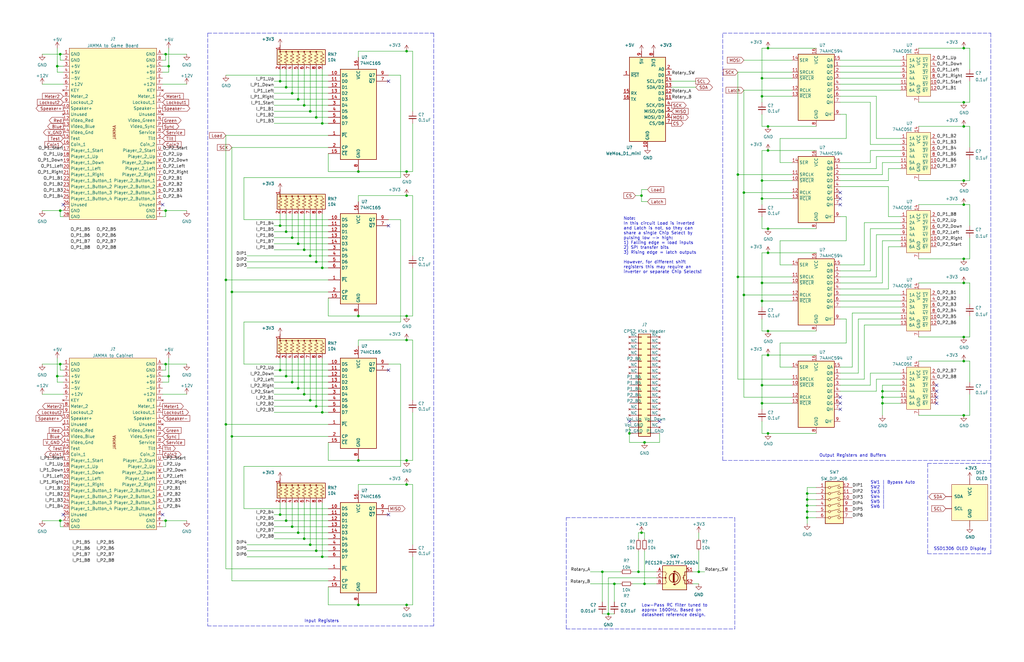
<source format=kicad_sch>
(kicad_sch (version 20211123) (generator eeschema)
  (paper "USLedger")
  (junction (at 259.08 246.38))
  (junction (at 271.78 246.38))
  (junction (at 123.19 100.33))
  (junction (at 406.4 109.22))
  (junction (at 406.4 53.34))
  (junction (at 120.65 158.75))
  (junction (at 321.31 40.64))
  (junction (at 406.4 20.32))
  (junction (at 135.89 113.03))
  (junction (at 130.81 107.95))
  (junction (at 128.27 105.41))
  (junction (at 120.65 219.71))
  (junction (at 321.31 127))
  (junction (at 123.19 39.37))
  (junction (at 69.85 88.9))
  (junction (at 69.85 153.67))
  (junction (at 406.4 86.36))
  (junction (at 406.4 152.4))
  (junction (at 25.4 153.67))
  (junction (at 313.69 124.46))
  (junction (at 128.27 166.37))
  (junction (at 171.45 82.55))
  (junction (at 125.73 41.91))
  (junction (at 222.25 345.44))
  (junction (at 321.31 83.82))
  (junction (at 171.45 255.27))
  (junction (at 340.36 208.28))
  (junction (at 323.85 106.68))
  (junction (at 120.65 36.83))
  (junction (at 125.73 163.83))
  (junction (at 270.51 82.55))
  (junction (at 256.54 259.08))
  (junction (at 133.35 232.41))
  (junction (at 321.31 170.18))
  (junction (at 25.4 22.86))
  (junction (at 372.11 167.64))
  (junction (at 133.35 171.45))
  (junction (at 406.4 142.24))
  (junction (at 24.13 158.75))
  (junction (at 265.43 182.88))
  (junction (at 128.27 227.33))
  (junction (at 133.35 110.49))
  (junction (at 323.85 96.52))
  (junction (at 151.13 255.27))
  (junction (at 95.25 118.11))
  (junction (at 323.85 182.88))
  (junction (at 340.36 215.9))
  (junction (at 130.81 168.91))
  (junction (at 118.11 217.17))
  (junction (at 151.13 194.31))
  (junction (at 340.36 218.44))
  (junction (at 25.4 219.71))
  (junction (at 323.85 139.7))
  (junction (at 97.79 123.19))
  (junction (at 406.4 76.2))
  (junction (at 171.45 143.51))
  (junction (at 321.31 162.56))
  (junction (at 271.78 186.69))
  (junction (at 406.4 175.26))
  (junction (at 130.81 46.99))
  (junction (at 406.4 119.38))
  (junction (at 135.89 173.99))
  (junction (at 123.19 222.25))
  (junction (at 171.45 194.31))
  (junction (at 133.35 49.53))
  (junction (at 294.64 241.3))
  (junction (at 323.85 20.32))
  (junction (at 372.11 170.18))
  (junction (at 222.25 309.88))
  (junction (at 323.85 63.5))
  (junction (at 269.24 241.3))
  (junction (at 118.11 156.21))
  (junction (at 25.4 88.9))
  (junction (at 128.27 44.45))
  (junction (at 125.73 102.87))
  (junction (at 130.81 229.87))
  (junction (at 69.85 219.71))
  (junction (at 24.13 27.94))
  (junction (at 97.79 184.15))
  (junction (at 118.11 95.25))
  (junction (at 171.45 21.59))
  (junction (at 151.13 72.39))
  (junction (at 135.89 52.07))
  (junction (at 321.31 33.02))
  (junction (at 340.36 210.82))
  (junction (at 95.25 179.07))
  (junction (at 71.12 158.75))
  (junction (at 321.31 76.2))
  (junction (at 123.19 161.29))
  (junction (at 372.11 165.1))
  (junction (at 171.45 133.35))
  (junction (at 321.31 119.38))
  (junction (at 118.11 34.29))
  (junction (at 120.65 97.79))
  (junction (at 406.4 43.18))
  (junction (at 171.45 204.47))
  (junction (at 125.73 224.79))
  (junction (at 311.15 73.66))
  (junction (at 340.36 213.36))
  (junction (at 71.12 27.94))
  (junction (at 69.85 22.86))
  (junction (at 254 241.3))
  (junction (at 311.15 116.84))
  (junction (at 171.45 72.39))
  (junction (at 135.89 234.95))
  (junction (at 323.85 149.86))
  (junction (at 151.13 133.35))
  (junction (at 313.69 81.28))
  (junction (at 270.51 224.79))
  (junction (at 323.85 53.34))
  (no_connect (at 163.83 217.17))
  (no_connect (at 26.67 217.17))
  (no_connect (at 394.97 162.56))
  (no_connect (at 394.97 170.18))
  (no_connect (at 394.97 167.64))
  (no_connect (at 394.97 165.1))
  (no_connect (at 196.85 294.64))
  (no_connect (at 209.55 294.64))
  (no_connect (at 196.85 330.2))
  (no_connect (at 209.55 330.2))
  (no_connect (at 26.67 86.36))
  (no_connect (at 68.58 86.36))
  (no_connect (at 265.43 177.8))
  (no_connect (at 278.13 177.8))
  (no_connect (at 354.33 170.18))
  (no_connect (at 354.33 172.72))
  (no_connect (at 354.33 167.64))
  (no_connect (at 354.33 81.28))
  (no_connect (at 354.33 83.82))
  (no_connect (at 354.33 86.36))
  (no_connect (at 68.58 217.17))
  (no_connect (at 163.83 34.29))
  (no_connect (at 163.83 95.25))
  (no_connect (at 163.83 156.21))
  (wire (pts (xy 408.94 109.22) (xy 408.94 100.33)))
  (wire (pts (xy 24.13 158.75) (xy 24.13 161.29)))
  (wire (pts (xy 115.57 36.83) (xy 120.65 36.83)))
  (wire (pts (xy 123.19 161.29) (xy 123.19 151.13)))
  (wire (pts (xy 354.33 114.3) (xy 367.03 114.3)))
  (wire (pts (xy 334.01 83.82) (xy 321.31 83.82)))
  (wire (pts (xy 379.73 96.52) (xy 367.03 96.52)))
  (wire (pts (xy 133.35 110.49) (xy 133.35 90.17)))
  (wire (pts (xy 68.58 161.29) (xy 71.12 161.29)))
  (wire (pts (xy 115.57 171.45) (xy 133.35 171.45)))
  (wire (pts (xy 173.99 173.99) (xy 173.99 194.31)))
  (wire (pts (xy 68.58 25.4) (xy 69.85 25.4)))
  (polyline (pts (xy 180.34 281.94) (xy 226.06 281.94)))
  (wire (pts (xy 24.13 27.94) (xy 24.13 30.48)))
  (wire (pts (xy 193.04 304.8) (xy 196.85 304.8)))
  (wire (pts (xy 361.95 134.62) (xy 379.73 134.62)))
  (wire (pts (xy 328.93 101.6) (xy 328.93 111.76)))
  (wire (pts (xy 313.69 124.46) (xy 313.69 81.28)))
  (wire (pts (xy 311.15 160.02) (xy 311.15 116.84)))
  (wire (pts (xy 269.24 232.41) (xy 269.24 241.3)))
  (wire (pts (xy 369.57 40.64) (xy 369.57 58.42)))
  (wire (pts (xy 321.31 134.62) (xy 321.31 139.7)))
  (polyline (pts (xy 87.63 13.97) (xy 182.88 13.97)))
  (wire (pts (xy 104.14 234.95) (xy 135.89 234.95)))
  (wire (pts (xy 138.43 179.07) (xy 95.25 179.07)))
  (wire (pts (xy 102.87 214.63) (xy 138.43 214.63)))
  (wire (pts (xy 68.58 91.44) (xy 69.85 91.44)))
  (wire (pts (xy 128.27 44.45) (xy 128.27 29.21)))
  (polyline (pts (xy 238.76 218.44) (xy 309.88 218.44)))
  (wire (pts (xy 123.19 39.37) (xy 138.43 39.37)))
  (wire (pts (xy 17.78 35.56) (xy 26.67 35.56)))
  (wire (pts (xy 17.78 153.67) (xy 25.4 153.67)))
  (wire (pts (xy 69.85 25.4) (xy 69.85 22.86)))
  (wire (pts (xy 196.85 309.88) (xy 184.15 309.88)))
  (wire (pts (xy 69.85 88.9) (xy 78.74 88.9)))
  (wire (pts (xy 68.58 222.25) (xy 69.85 222.25)))
  (wire (pts (xy 173.99 255.27) (xy 171.45 255.27)))
  (wire (pts (xy 344.17 106.68) (xy 323.85 106.68)))
  (wire (pts (xy 193.04 332.74) (xy 196.85 332.74)))
  (wire (pts (xy 344.17 20.32) (xy 323.85 20.32)))
  (wire (pts (xy 328.93 144.78) (xy 328.93 154.94)))
  (wire (pts (xy 323.85 96.52) (xy 321.31 96.52)))
  (wire (pts (xy 173.99 194.31) (xy 171.45 194.31)))
  (wire (pts (xy 369.57 160.02) (xy 379.73 160.02)))
  (wire (pts (xy 367.03 60.96) (xy 367.03 43.18)))
  (wire (pts (xy 125.73 163.83) (xy 138.43 163.83)))
  (wire (pts (xy 276.86 243.84) (xy 256.54 243.84)))
  (wire (pts (xy 68.58 219.71) (xy 69.85 219.71)))
  (wire (pts (xy 168.91 31.75) (xy 168.91 74.93)))
  (wire (pts (xy 151.13 194.31) (xy 138.43 194.31)))
  (wire (pts (xy 321.31 83.82) (xy 321.31 76.2)))
  (wire (pts (xy 387.35 20.32) (xy 406.4 20.32)))
  (wire (pts (xy 259.08 246.38) (xy 261.62 246.38)))
  (wire (pts (xy 313.69 38.1) (xy 334.01 38.1)))
  (wire (pts (xy 25.4 88.9) (xy 26.67 88.9)))
  (wire (pts (xy 163.83 153.67) (xy 168.91 153.67)))
  (wire (pts (xy 71.12 161.29) (xy 71.12 158.75)))
  (wire (pts (xy 151.13 143.51) (xy 171.45 143.51)))
  (polyline (pts (xy 391.16 233.68) (xy 391.16 195.58)))
  (wire (pts (xy 173.99 21.59) (xy 173.99 46.99)))
  (wire (pts (xy 344.17 63.5) (xy 323.85 63.5)))
  (wire (pts (xy 387.35 119.38) (xy 406.4 119.38)))
  (wire (pts (xy 123.19 100.33) (xy 138.43 100.33)))
  (wire (pts (xy 270.51 80.01) (xy 273.05 80.01)))
  (wire (pts (xy 379.73 170.18) (xy 372.11 170.18)))
  (wire (pts (xy 356.87 58.42) (xy 328.93 58.42)))
  (wire (pts (xy 151.13 72.39) (xy 138.43 72.39)))
  (wire (pts (xy 311.15 73.66) (xy 334.01 73.66)))
  (wire (pts (xy 69.85 22.86) (xy 78.74 22.86)))
  (wire (pts (xy 193.04 292.1) (xy 196.85 292.1)))
  (wire (pts (xy 209.55 342.9) (xy 213.36 342.9)))
  (wire (pts (xy 25.4 219.71) (xy 26.67 219.71)))
  (wire (pts (xy 115.57 158.75) (xy 120.65 158.75)))
  (wire (pts (xy 266.7 241.3) (xy 269.24 241.3)))
  (wire (pts (xy 372.11 68.58) (xy 379.73 68.58)))
  (wire (pts (xy 356.87 134.62) (xy 356.87 144.78)))
  (wire (pts (xy 406.4 76.2) (xy 408.94 76.2)))
  (wire (pts (xy 369.57 58.42) (xy 379.73 58.42)))
  (wire (pts (xy 68.58 158.75) (xy 71.12 158.75)))
  (wire (pts (xy 354.33 71.12) (xy 369.57 71.12)))
  (wire (pts (xy 248.92 241.3) (xy 254 241.3)))
  (wire (pts (xy 408.94 86.36) (xy 408.94 95.25)))
  (wire (pts (xy 68.58 22.86) (xy 69.85 22.86)))
  (wire (pts (xy 151.13 21.59) (xy 171.45 21.59)))
  (wire (pts (xy 313.69 25.4) (xy 334.01 25.4)))
  (wire (pts (xy 120.65 158.75) (xy 138.43 158.75)))
  (wire (pts (xy 118.11 95.25) (xy 138.43 95.25)))
  (wire (pts (xy 24.13 151.13) (xy 24.13 158.75)))
  (wire (pts (xy 102.87 196.85) (xy 102.87 214.63)))
  (wire (pts (xy 372.11 101.6) (xy 372.11 119.38)))
  (wire (pts (xy 193.04 335.28) (xy 196.85 335.28)))
  (wire (pts (xy 120.65 219.71) (xy 138.43 219.71)))
  (wire (pts (xy 364.49 137.16) (xy 379.73 137.16)))
  (wire (pts (xy 344.17 149.86) (xy 323.85 149.86)))
  (wire (pts (xy 138.43 62.23) (xy 97.79 62.23)))
  (wire (pts (xy 209.55 307.34) (xy 213.36 307.34)))
  (wire (pts (xy 209.55 345.44) (xy 222.25 345.44)))
  (wire (pts (xy 133.35 49.53) (xy 133.35 29.21)))
  (wire (pts (xy 354.33 160.02) (xy 364.49 160.02)))
  (wire (pts (xy 168.91 74.93) (xy 102.87 74.93)))
  (wire (pts (xy 354.33 162.56) (xy 367.03 162.56)))
  (wire (pts (xy 283.21 36.83) (xy 293.37 36.83)))
  (wire (pts (xy 367.03 43.18) (xy 354.33 43.18)))
  (wire (pts (xy 193.04 342.9) (xy 196.85 342.9)))
  (wire (pts (xy 138.43 133.35) (xy 138.43 125.73)))
  (wire (pts (xy 104.14 232.41) (xy 133.35 232.41)))
  (wire (pts (xy 125.73 41.91) (xy 138.43 41.91)))
  (wire (pts (xy 344.17 139.7) (xy 323.85 139.7)))
  (wire (pts (xy 193.04 325.12) (xy 196.85 325.12)))
  (wire (pts (xy 115.57 166.37) (xy 128.27 166.37)))
  (wire (pts (xy 340.36 210.82) (xy 340.36 213.36)))
  (wire (pts (xy 133.35 232.41) (xy 133.35 212.09)))
  (wire (pts (xy 115.57 168.91) (xy 130.81 168.91)))
  (wire (pts (xy 138.43 194.31) (xy 138.43 186.69)))
  (wire (pts (xy 209.55 327.66) (xy 213.36 327.66)))
  (wire (pts (xy 115.57 52.07) (xy 135.89 52.07)))
  (wire (pts (xy 193.04 307.34) (xy 196.85 307.34)))
  (wire (pts (xy 68.58 88.9) (xy 69.85 88.9)))
  (wire (pts (xy 406.4 109.22) (xy 408.94 109.22)))
  (wire (pts (xy 344.17 96.52) (xy 323.85 96.52)))
  (wire (pts (xy 354.33 116.84) (xy 369.57 116.84)))
  (wire (pts (xy 356.87 101.6) (xy 328.93 101.6)))
  (wire (pts (xy 125.73 41.91) (xy 125.73 29.21)))
  (wire (pts (xy 334.01 116.84) (xy 311.15 116.84)))
  (wire (pts (xy 387.35 86.36) (xy 406.4 86.36)))
  (wire (pts (xy 209.55 337.82) (xy 222.25 337.82)))
  (wire (pts (xy 372.11 162.56) (xy 372.11 165.1)))
  (wire (pts (xy 171.45 72.39) (xy 151.13 72.39)))
  (wire (pts (xy 25.4 25.4) (xy 25.4 22.86)))
  (polyline (pts (xy 391.16 195.58) (xy 417.83 195.58)))
  (wire (pts (xy 115.57 227.33) (xy 128.27 227.33)))
  (wire (pts (xy 133.35 49.53) (xy 138.43 49.53)))
  (wire (pts (xy 271.78 232.41) (xy 271.78 246.38)))
  (wire (pts (xy 334.01 160.02) (xy 311.15 160.02)))
  (wire (pts (xy 68.58 166.37) (xy 78.74 166.37)))
  (wire (pts (xy 168.91 92.71) (xy 168.91 135.89)))
  (wire (pts (xy 313.69 167.64) (xy 313.69 124.46)))
  (wire (pts (xy 372.11 165.1) (xy 372.11 167.64)))
  (wire (pts (xy 115.57 100.33) (xy 123.19 100.33)))
  (wire (pts (xy 120.65 36.83) (xy 138.43 36.83)))
  (wire (pts (xy 135.89 212.09) (xy 135.89 234.95)))
  (wire (pts (xy 115.57 156.21) (xy 118.11 156.21)))
  (wire (pts (xy 334.01 170.18) (xy 321.31 170.18)))
  (wire (pts (xy 95.25 179.07) (xy 95.25 240.03)))
  (wire (pts (xy 128.27 227.33) (xy 128.27 212.09)))
  (wire (pts (xy 68.58 156.21) (xy 69.85 156.21)))
  (wire (pts (xy 120.65 158.75) (xy 120.65 151.13)))
  (wire (pts (xy 128.27 105.41) (xy 138.43 105.41)))
  (polyline (pts (xy 304.8 13.97) (xy 417.83 13.97)))
  (wire (pts (xy 171.45 21.59) (xy 173.99 21.59)))
  (wire (pts (xy 379.73 162.56) (xy 372.11 162.56)))
  (wire (pts (xy 334.01 167.64) (xy 313.69 167.64)))
  (wire (pts (xy 135.89 173.99) (xy 138.43 173.99)))
  (wire (pts (xy 354.33 129.54) (xy 379.73 129.54)))
  (wire (pts (xy 128.27 166.37) (xy 138.43 166.37)))
  (wire (pts (xy 372.11 68.58) (xy 372.11 73.66)))
  (wire (pts (xy 266.7 246.38) (xy 271.78 246.38)))
  (wire (pts (xy 340.36 213.36) (xy 340.36 215.9)))
  (wire (pts (xy 193.04 297.18) (xy 196.85 297.18)))
  (wire (pts (xy 379.73 60.96) (xy 367.03 60.96)))
  (wire (pts (xy 259.08 246.38) (xy 259.08 254)))
  (wire (pts (xy 26.67 156.21) (xy 25.4 156.21)))
  (polyline (pts (xy 304.8 194.31) (xy 304.8 13.97)))
  (wire (pts (xy 340.36 205.74) (xy 340.36 208.28)))
  (wire (pts (xy 209.55 299.72) (xy 213.36 299.72)))
  (wire (pts (xy 364.49 111.76) (xy 364.49 93.98)))
  (wire (pts (xy 321.31 119.38) (xy 321.31 106.68)))
  (wire (pts (xy 171.45 204.47) (xy 173.99 204.47)))
  (wire (pts (xy 115.57 163.83) (xy 125.73 163.83)))
  (wire (pts (xy 406.4 142.24) (xy 408.94 142.24)))
  (wire (pts (xy 71.12 30.48) (xy 71.12 27.94)))
  (wire (pts (xy 354.33 127) (xy 379.73 127)))
  (wire (pts (xy 294.64 241.3) (xy 297.18 241.3)))
  (wire (pts (xy 171.45 143.51) (xy 173.99 143.51)))
  (wire (pts (xy 138.43 57.15) (xy 95.25 57.15)))
  (wire (pts (xy 254 241.3) (xy 254 254)))
  (wire (pts (xy 151.13 204.47) (xy 151.13 207.01)))
  (wire (pts (xy 408.94 175.26) (xy 408.94 166.37)))
  (wire (pts (xy 115.57 161.29) (xy 123.19 161.29)))
  (wire (pts (xy 270.51 85.09) (xy 273.05 85.09)))
  (wire (pts (xy 120.65 36.83) (xy 120.65 29.21)))
  (wire (pts (xy 173.99 82.55) (xy 173.99 107.95)))
  (wire (pts (xy 125.73 163.83) (xy 125.73 151.13)))
  (polyline (pts (xy 304.8 194.31) (xy 417.83 194.31)))
  (wire (pts (xy 102.87 153.67) (xy 138.43 153.67)))
  (wire (pts (xy 408.94 142.24) (xy 408.94 133.35)))
  (wire (pts (xy 104.14 113.03) (xy 135.89 113.03)))
  (polyline (pts (xy 417.83 195.58) (xy 417.83 233.68)))
  (wire (pts (xy 130.81 168.91) (xy 138.43 168.91)))
  (wire (pts (xy 115.57 217.17) (xy 118.11 217.17)))
  (wire (pts (xy 69.85 222.25) (xy 69.85 219.71)))
  (wire (pts (xy 97.79 184.15) (xy 138.43 184.15)))
  (wire (pts (xy 69.85 153.67) (xy 78.74 153.67)))
  (wire (pts (xy 171.45 194.31) (xy 151.13 194.31)))
  (wire (pts (xy 270.51 85.09) (xy 270.51 82.55)))
  (wire (pts (xy 321.31 172.72) (xy 321.31 170.18)))
  (wire (pts (xy 374.65 104.14) (xy 374.65 121.92)))
  (wire (pts (xy 123.19 222.25) (xy 123.19 212.09)))
  (wire (pts (xy 193.04 340.36) (xy 196.85 340.36)))
  (wire (pts (xy 369.57 99.06) (xy 379.73 99.06)))
  (wire (pts (xy 135.89 151.13) (xy 135.89 173.99)))
  (wire (pts (xy 97.79 245.11) (xy 138.43 245.11)))
  (wire (pts (xy 135.89 234.95) (xy 138.43 234.95)))
  (wire (pts (xy 354.33 78.74) (xy 374.65 78.74)))
  (wire (pts (xy 125.73 224.79) (xy 138.43 224.79)))
  (wire (pts (xy 321.31 177.8) (xy 321.31 182.88)))
  (wire (pts (xy 118.11 217.17) (xy 138.43 217.17)))
  (wire (pts (xy 334.01 124.46) (xy 313.69 124.46)))
  (wire (pts (xy 408.94 53.34) (xy 408.94 62.23)))
  (wire (pts (xy 104.14 229.87) (xy 130.81 229.87)))
  (wire (pts (xy 321.31 86.36) (xy 321.31 83.82)))
  (wire (pts (xy 387.35 152.4) (xy 406.4 152.4)))
  (wire (pts (xy 340.36 208.28) (xy 344.17 208.28)))
  (wire (pts (xy 26.67 27.94) (xy 24.13 27.94)))
  (wire (pts (xy 168.91 196.85) (xy 102.87 196.85)))
  (wire (pts (xy 354.33 25.4) (xy 379.73 25.4)))
  (wire (pts (xy 69.85 219.71) (xy 78.74 219.71)))
  (wire (pts (xy 354.33 30.48) (xy 379.73 30.48)))
  (wire (pts (xy 270.51 82.55) (xy 270.51 80.01)))
  (wire (pts (xy 24.13 20.32) (xy 24.13 27.94)))
  (wire (pts (xy 173.99 143.51) (xy 173.99 168.91)))
  (wire (pts (xy 364.49 137.16) (xy 364.49 160.02)))
  (wire (pts (xy 269.24 241.3) (xy 276.86 241.3)))
  (wire (pts (xy 354.33 111.76) (xy 364.49 111.76)))
  (wire (pts (xy 115.57 224.79) (xy 125.73 224.79)))
  (wire (pts (xy 130.81 46.99) (xy 130.81 29.21)))
  (wire (pts (xy 354.33 154.94) (xy 359.41 154.94)))
  (wire (pts (xy 163.83 92.71) (xy 168.91 92.71)))
  (polyline (pts (xy 391.16 233.68) (xy 417.83 233.68)))
  (wire (pts (xy 321.31 40.64) (xy 321.31 33.02)))
  (wire (pts (xy 118.11 217.17) (xy 118.11 212.09)))
  (wire (pts (xy 173.99 113.03) (xy 173.99 133.35)))
  (wire (pts (xy 173.99 133.35) (xy 171.45 133.35)))
  (wire (pts (xy 115.57 34.29) (xy 118.11 34.29)))
  (wire (pts (xy 26.67 25.4) (xy 25.4 25.4)))
  (wire (pts (xy 26.67 222.25) (xy 25.4 222.25)))
  (wire (pts (xy 115.57 46.99) (xy 130.81 46.99)))
  (wire (pts (xy 406.4 20.32) (xy 408.94 20.32)))
  (wire (pts (xy 135.89 90.17) (xy 135.89 113.03)))
  (polyline (pts (xy 180.34 355.6) (xy 180.34 281.94)))
  (wire (pts (xy 115.57 173.99) (xy 135.89 173.99)))
  (wire (pts (xy 193.04 289.56) (xy 196.85 289.56)))
  (wire (pts (xy 25.4 91.44) (xy 25.4 88.9)))
  (wire (pts (xy 115.57 41.91) (xy 125.73 41.91)))
  (wire (pts (xy 171.45 133.35) (xy 151.13 133.35)))
  (wire (pts (xy 135.89 113.03) (xy 138.43 113.03)))
  (wire (pts (xy 151.13 204.47) (xy 171.45 204.47)))
  (wire (pts (xy 25.4 156.21) (xy 25.4 153.67)))
  (wire (pts (xy 354.33 76.2) (xy 374.65 76.2)))
  (wire (pts (xy 340.36 208.28) (xy 340.36 210.82)))
  (wire (pts (xy 356.87 144.78) (xy 328.93 144.78)))
  (wire (pts (xy 184.15 345.44) (xy 196.85 345.44)))
  (wire (pts (xy 369.57 116.84) (xy 369.57 99.06)))
  (wire (pts (xy 361.95 134.62) (xy 361.95 157.48)))
  (wire (pts (xy 367.03 63.5) (xy 379.73 63.5)))
  (wire (pts (xy 387.35 76.2) (xy 406.4 76.2)))
  (wire (pts (xy 408.94 152.4) (xy 408.94 161.29)))
  (wire (pts (xy 321.31 91.44) (xy 321.31 96.52)))
  (wire (pts (xy 367.03 157.48) (xy 367.03 162.56)))
  (wire (pts (xy 26.67 91.44) (xy 25.4 91.44)))
  (wire (pts (xy 406.4 53.34) (xy 408.94 53.34)))
  (wire (pts (xy 115.57 97.79) (xy 120.65 97.79)))
  (wire (pts (xy 294.64 224.79) (xy 294.64 227.33)))
  (wire (pts (xy 321.31 127) (xy 321.31 119.38)))
  (wire (pts (xy 222.25 302.26) (xy 222.25 309.88)))
  (wire (pts (xy 354.33 124.46) (xy 379.73 124.46)))
  (wire (pts (xy 323.85 63.5) (xy 321.31 63.5)))
  (wire (pts (xy 267.97 82.55) (xy 270.51 82.55)))
  (wire (pts (xy 265.43 182.88) (xy 265.43 186.69)))
  (wire (pts (xy 171.45 255.27) (xy 151.13 255.27)))
  (wire (pts (xy 328.93 68.58) (xy 334.01 68.58)))
  (wire (pts (xy 387.35 175.26) (xy 406.4 175.26)))
  (wire (pts (xy 292.1 241.3) (xy 294.64 241.3)))
  (wire (pts (xy 68.58 27.94) (xy 71.12 27.94)))
  (wire (pts (xy 151.13 143.51) (xy 151.13 146.05)))
  (wire (pts (xy 344.17 182.88) (xy 323.85 182.88)))
  (wire (pts (xy 354.33 35.56) (xy 379.73 35.56)))
  (wire (pts (xy 173.99 204.47) (xy 173.99 229.87)))
  (wire (pts (xy 123.19 161.29) (xy 138.43 161.29)))
  (wire (pts (xy 118.11 95.25) (xy 118.11 90.17)))
  (wire (pts (xy 354.33 121.92) (xy 374.65 121.92)))
  (wire (pts (xy 130.81 229.87) (xy 138.43 229.87)))
  (wire (pts (xy 209.55 289.56) (xy 213.36 289.56)))
  (wire (pts (xy 369.57 66.04) (xy 379.73 66.04)))
  (wire (pts (xy 26.67 30.48) (xy 24.13 30.48)))
  (wire (pts (xy 372.11 170.18) (xy 372.11 175.26)))
  (wire (pts (xy 209.55 332.74) (xy 213.36 332.74)))
  (wire (pts (xy 26.67 158.75) (xy 24.13 158.75)))
  (wire (pts (xy 104.14 107.95) (xy 130.81 107.95)))
  (wire (pts (xy 128.27 105.41) (xy 128.27 90.17)))
  (wire (pts (xy 123.19 100.33) (xy 123.19 90.17)))
  (wire (pts (xy 334.01 33.02) (xy 321.31 33.02)))
  (wire (pts (xy 328.93 111.76) (xy 334.01 111.76)))
  (wire (pts (xy 367.03 68.58) (xy 367.03 63.5)))
  (wire (pts (xy 283.21 34.29) (xy 293.37 34.29)))
  (wire (pts (xy 17.78 88.9) (xy 25.4 88.9)))
  (wire (pts (xy 344.17 205.74) (xy 340.36 205.74)))
  (wire (pts (xy 130.81 107.95) (xy 130.81 90.17)))
  (wire (pts (xy 321.31 162.56) (xy 321.31 149.86)))
  (wire (pts (xy 269.24 224.79) (xy 270.51 224.79)))
  (polyline (pts (xy 238.76 265.43) (xy 238.76 218.44)))
  (wire (pts (xy 408.94 43.18) (xy 408.94 34.29)))
  (wire (pts (xy 118.11 156.21) (xy 118.11 151.13)))
  (wire (pts (xy 102.87 74.93) (xy 102.87 92.71)))
  (wire (pts (xy 374.65 91.44) (xy 379.73 91.44)))
  (wire (pts (xy 271.78 224.79) (xy 270.51 224.79)))
  (wire (pts (xy 387.35 142.24) (xy 406.4 142.24)))
  (wire (pts (xy 173.99 52.07) (xy 173.99 72.39)))
  (wire (pts (xy 340.36 215.9) (xy 344.17 215.9)))
  (wire (pts (xy 374.65 71.12) (xy 379.73 71.12)))
  (wire (pts (xy 128.27 227.33) (xy 138.43 227.33)))
  (wire (pts (xy 97.79 184.15) (xy 97.79 245.11)))
  (wire (pts (xy 17.78 166.37) (xy 26.67 166.37)))
  (wire (pts (xy 265.43 180.34) (xy 265.43 182.88)))
  (wire (pts (xy 334.01 119.38) (xy 321.31 119.38)))
  (wire (pts (xy 356.87 48.26) (xy 356.87 58.42)))
  (wire (pts (xy 269.24 227.33) (xy 269.24 224.79)))
  (wire (pts (xy 354.33 27.94) (xy 379.73 27.94)))
  (wire (pts (xy 118.11 34.29) (xy 138.43 34.29)))
  (wire (pts (xy 17.78 22.86) (xy 25.4 22.86)))
  (wire (pts (xy 311.15 116.84) (xy 311.15 73.66)))
  (wire (pts (xy 354.33 165.1) (xy 369.57 165.1)))
  (wire (pts (xy 97.79 62.23) (xy 97.79 123.19)))
  (wire (pts (xy 334.01 76.2) (xy 321.31 76.2)))
  (wire (pts (xy 115.57 95.25) (xy 118.11 95.25)))
  (polyline (pts (xy 309.88 218.44) (xy 309.88 265.43)))
  (wire (pts (xy 321.31 129.54) (xy 321.31 127)))
  (wire (pts (xy 292.1 246.38) (xy 294.64 246.38)))
  (wire (pts (xy 123.19 39.37) (xy 123.19 29.21)))
  (wire (pts (xy 209.55 309.88) (xy 222.25 309.88)))
  (wire (pts (xy 406.4 86.36) (xy 408.94 86.36)))
  (wire (pts (xy 254 259.08) (xy 256.54 259.08)))
  (wire (pts (xy 256.54 259.08) (xy 259.08 259.08)))
  (wire (pts (xy 367.03 157.48) (xy 379.73 157.48)))
  (wire (pts (xy 323.85 20.32) (xy 321.31 20.32)))
  (wire (pts (xy 271.78 227.33) (xy 271.78 224.79)))
  (wire (pts (xy 115.57 102.87) (xy 125.73 102.87)))
  (wire (pts (xy 222.25 337.82) (xy 222.25 345.44)))
  (polyline (pts (xy 226.06 281.94) (xy 226.06 355.6)))
  (wire (pts (xy 340.36 218.44) (xy 344.17 218.44)))
  (wire (pts (xy 387.35 109.22) (xy 406.4 109.22)))
  (wire (pts (xy 95.25 118.11) (xy 95.25 57.15)))
  (wire (pts (xy 271.78 246.38) (xy 276.86 246.38)))
  (wire (pts (xy 340.36 210.82) (xy 344.17 210.82)))
  (wire (pts (xy 321.31 48.26) (xy 321.31 53.34)))
  (wire (pts (xy 256.54 243.84) (xy 256.54 259.08)))
  (polyline (pts (xy 87.63 13.97) (xy 87.63 264.16)))
  (wire (pts (xy 294.64 232.41) (xy 294.64 241.3)))
  (wire (pts (xy 173.99 234.95) (xy 173.99 255.27)))
  (wire (pts (xy 379.73 104.14) (xy 374.65 104.14)))
  (wire (pts (xy 151.13 82.55) (xy 171.45 82.55)))
  (wire (pts (xy 334.01 162.56) (xy 321.31 162.56)))
  (wire (pts (xy 133.35 232.41) (xy 138.43 232.41)))
  (wire (pts (xy 128.27 44.45) (xy 138.43 44.45)))
  (wire (pts (xy 387.35 53.34) (xy 406.4 53.34)))
  (wire (pts (xy 344.17 53.34) (xy 323.85 53.34)))
  (wire (pts (xy 115.57 219.71) (xy 120.65 219.71)))
  (wire (pts (xy 115.57 105.41) (xy 128.27 105.41)))
  (wire (pts (xy 151.13 82.55) (xy 151.13 85.09)))
  (wire (pts (xy 340.36 218.44) (xy 340.36 220.98)))
  (wire (pts (xy 168.91 153.67) (xy 168.91 196.85)))
  (wire (pts (xy 118.11 156.21) (xy 138.43 156.21)))
  (wire (pts (xy 135.89 52.07) (xy 138.43 52.07)))
  (wire (pts (xy 359.41 132.08) (xy 359.41 154.94)))
  (wire (pts (xy 120.65 97.79) (xy 120.65 90.17)))
  (wire (pts (xy 354.33 91.44) (xy 356.87 91.44)))
  (wire (pts (xy 17.78 219.71) (xy 25.4 219.71)))
  (wire (pts (xy 328.93 58.42) (xy 328.93 68.58)))
  (wire (pts (xy 323.85 182.88) (xy 321.31 182.88)))
  (wire (pts (xy 138.43 72.39) (xy 138.43 64.77)))
  (wire (pts (xy 406.4 152.4) (xy 408.94 152.4)))
  (wire (pts (xy 133.35 171.45) (xy 138.43 171.45)))
  (wire (pts (xy 71.12 158.75) (xy 71.12 151.13)))
  (wire (pts (xy 130.81 46.99) (xy 138.43 46.99)))
  (wire (pts (xy 151.13 21.59) (xy 151.13 24.13)))
  (wire (pts (xy 334.01 40.64) (xy 321.31 40.64)))
  (wire (pts (xy 168.91 135.89) (xy 102.87 135.89)))
  (wire (pts (xy 408.94 119.38) (xy 408.94 128.27)))
  (wire (pts (xy 334.01 81.28) (xy 313.69 81.28)))
  (wire (pts (xy 193.04 299.72) (xy 196.85 299.72)))
  (wire (pts (xy 209.55 340.36) (xy 213.36 340.36)))
  (wire (pts (xy 120.65 219.71) (xy 120.65 212.09)))
  (wire (pts (xy 138.43 118.11) (xy 95.25 118.11)))
  (wire (pts (xy 354.33 48.26) (xy 356.87 48.26)))
  (wire (pts (xy 25.4 222.25) (xy 25.4 219.71)))
  (wire (pts (xy 278.13 186.69) (xy 271.78 186.69)))
  (wire (pts (xy 104.14 110.49) (xy 133.35 110.49)))
  (wire (pts (xy 340.36 213.36) (xy 344.17 213.36)))
  (wire (pts (xy 321.31 76.2) (xy 321.31 63.5)))
  (wire (pts (xy 323.85 139.7) (xy 321.31 139.7)))
  (wire (pts (xy 354.33 40.64) (xy 369.57 40.64)))
  (wire (pts (xy 68.58 30.48) (xy 71.12 30.48)))
  (wire (pts (xy 374.65 71.12) (xy 374.65 76.2)))
  (wire (pts (xy 130.81 168.91) (xy 130.81 151.13)))
  (polyline (pts (xy 238.76 265.43) (xy 309.88 265.43)))
  (wire (pts (xy 120.65 97.79) (xy 138.43 97.79)))
  (polyline (pts (xy 226.06 355.6) (xy 180.34 355.6)))
  (wire (pts (xy 171.45 82.55) (xy 173.99 82.55)))
  (wire (pts (xy 372.11 167.64) (xy 372.11 170.18)))
  (wire (pts (xy 115.57 39.37) (xy 123.19 39.37)))
  (wire (pts (xy 323.85 53.34) (xy 321.31 53.34)))
  (wire (pts (xy 130.81 229.87) (xy 130.81 212.09)))
  (wire (pts (xy 374.65 78.74) (xy 374.65 91.44)))
  (wire (pts (xy 406.4 175.26) (xy 408.94 175.26)))
  (wire (pts (xy 408.94 76.2) (xy 408.94 67.31)))
  (wire (pts (xy 311.15 30.48) (xy 311.15 73.66)))
  (wire (pts (xy 387.35 43.18) (xy 406.4 43.18)))
  (wire (pts (xy 25.4 22.86) (xy 26.67 22.86)))
  (wire (pts (xy 379.73 165.1) (xy 372.11 165.1)))
  (wire (pts (xy 130.81 107.95) (xy 138.43 107.95)))
  (wire (pts (xy 408.94 20.32) (xy 408.94 29.21)))
  (wire (pts (xy 328.93 154.94) (xy 334.01 154.94)))
  (wire (pts (xy 193.04 337.82) (xy 196.85 337.82)))
  (wire (pts (xy 209.55 292.1) (xy 213.36 292.1)))
  (wire (pts (xy 323.85 149.86) (xy 321.31 149.86)))
  (wire (pts (xy 406.4 119.38) (xy 408.94 119.38)))
  (wire (pts (xy 115.57 222.25) (xy 123.19 222.25)))
  (wire (pts (xy 321.31 170.18) (xy 321.31 162.56)))
  (wire (pts (xy 379.73 101.6) (xy 372.11 101.6)))
  (wire (pts (xy 151.13 255.27) (xy 138.43 255.27)))
  (wire (pts (xy 69.85 91.44) (xy 69.85 88.9)))
  (wire (pts (xy 364.49 93.98) (xy 379.73 93.98)))
  (wire (pts (xy 26.67 161.29) (xy 24.13 161.29)))
  (wire (pts (xy 354.33 157.48) (xy 361.95 157.48)))
  (wire (pts (xy 125.73 102.87) (xy 138.43 102.87)))
  (wire (pts (xy 354.33 33.02) (xy 379.73 33.02)))
  (wire (pts (xy 68.58 35.56) (xy 78.74 35.56)))
  (wire (pts (xy 68.58 153.67) (xy 69.85 153.67)))
  (wire (pts (xy 123.19 222.25) (xy 138.43 222.25)))
  (wire (pts (xy 367.03 96.52) (xy 367.03 114.3)))
  (wire (pts (xy 209.55 335.28) (xy 213.36 335.28)))
  (wire (pts (xy 125.73 224.79) (xy 125.73 212.09)))
  (wire (pts (xy 97.79 123.19) (xy 97.79 184.15)))
  (wire (pts (xy 354.33 73.66) (xy 372.11 73.66)))
  (wire (pts (xy 369.57 160.02) (xy 369.57 165.1)))
  (polyline (pts (xy 417.83 13.97) (xy 417.83 194.31)))
  (wire (pts (xy 334.01 127) (xy 321.31 127)))
  (wire (pts (xy 209.55 325.12) (xy 213.36 325.12)))
  (wire (pts (xy 102.87 135.89) (xy 102.87 153.67)))
  (wire (pts (xy 25.4 153.67) (xy 26.67 153.67)))
  (wire (pts (xy 193.04 327.66) (xy 196.85 327.66)))
  (wire (pts (xy 135.89 29.21) (xy 135.89 52.07)))
  (wire (pts (xy 265.43 186.69) (xy 271.78 186.69)))
  (polyline (pts (xy 182.88 264.16) (xy 87.63 264.16)))
  (wire (pts (xy 379.73 167.64) (xy 372.11 167.64)))
  (wire (pts (xy 354.33 38.1) (xy 379.73 38.1)))
  (wire (pts (xy 115.57 49.53) (xy 133.35 49.53)))
  (wire (pts (xy 321.31 43.18) (xy 321.31 40.64)))
  (wire (pts (xy 369.57 66.04) (xy 369.57 71.12)))
  (wire (pts (xy 406.4 43.18) (xy 408.94 43.18)))
  (wire (pts (xy 356.87 91.44) (xy 356.87 101.6)))
  (wire (pts (xy 115.57 44.45) (xy 128.27 44.45)))
  (wire (pts (xy 209.55 302.26) (xy 222.25 302.26)))
  (wire (pts (xy 69.85 156.21) (xy 69.85 153.67)))
  (wire (pts (xy 95.25 31.75) (xy 138.43 31.75)))
  (wire (pts (xy 209.55 297.18) (xy 213.36 297.18)))
  (wire (pts (xy 173.99 72.39) (xy 171.45 72.39)))
  (wire (pts (xy 248.92 246.38) (xy 259.08 246.38)))
  (wire (pts (xy 133.35 171.45) (xy 133.35 151.13)))
  (polyline (pts (xy 182.88 13.97) (xy 182.88 264.16)))
  (wire (pts (xy 125.73 102.87) (xy 125.73 90.17)))
  (wire (pts (xy 340.36 215.9) (xy 340.36 218.44)))
  (wire (pts (xy 151.13 133.35) (xy 138.43 133.35)))
  (wire (pts (xy 71.12 27.94) (xy 71.12 20.32)))
  (wire (pts (xy 359.41 132.08) (xy 379.73 132.08)))
  (wire (pts (xy 323.85 106.68) (xy 321.31 106.68)))
  (wire (pts (xy 138.43 240.03) (xy 95.25 240.03)))
  (wire (pts (xy 95.25 118.11) (xy 95.25 179.07)))
  (wire (pts (xy 193.04 302.26) (xy 196.85 302.26)))
  (wire (pts (xy 354.33 68.58) (xy 367.03 68.58)))
  (wire (pts (xy 163.83 31.75) (xy 168.91 31.75)))
  (wire (pts (xy 354.33 119.38) (xy 372.11 119.38)))
  (wire (pts (xy 254 241.3) (xy 261.62 241.3)))
  (wire (pts (xy 354.33 134.62) (xy 356.87 134.62)))
  (wire (pts (xy 128.27 166.37) (xy 128.27 151.13)))
  (wire (pts (xy 133.35 110.49) (xy 138.43 110.49)))
  (wire (pts (xy 313.69 81.28) (xy 313.69 38.1)))
  (wire (pts (xy 102.87 92.71) (xy 138.43 92.71)))
  (wire (pts (xy 118.11 34.29) (xy 118.11 29.21)))
  (wire (pts (xy 278.13 182.88) (xy 278.13 186.69)))
  (wire (pts (xy 138.43 255.27) (xy 138.43 247.65)))
  (wire (pts (xy 97.79 123.19) (xy 138.43 123.19)))
  (wire (pts (xy 334.01 30.48) (xy 311.15 30.48)))
  (wire (pts (xy 209.55 304.8) (xy 213.36 304.8)))
  (wire (pts (xy 321.31 33.02) (xy 321.31 20.32)))
  (text "Output Headers" (at 195.58 354.33 0) (effects (font (size 1.27 1.27)) (justify left bottom)))
  (text "SW1 | Bypass Auto\nSW2 | \nSW3 | \nSW4 | \nSW5 | \nSW6 | " (at 367.03 214.63 0) (effects (font (size 1.27 1.27)) (justify left bottom)))
  (text "SSD1306 OLED Display" (at 393.7 232.41 0) (effects (font (size 1.27 1.27)) (justify left bottom)))
  (text "Note:\nIn this circuit Load is inverted \nand Latch is not, so they can \nshare a single Chip Select by \npulsing low -> high:\n1) Falling edge = load inputs\n2) SPI transfer bits\n3) Rising edge = latch outputs\n\nHowever, for different shift\nregisters this may require an\ninverter or separate Chip Selects!" (at 262.89 115.57 0) (effects (font (size 1.27 1.27)) (justify left bottom)))
  (text "Input Registers" (at 128.27 262.89 0) (effects (font (size 1.27 1.27)) (justify left bottom)))
  (text "Low-Pass RC filter tuned to\napprox 1600Hz. Based on\ndatasheet reference design." (at 270.51 260.35 0) (effects (font (size 1.27 1.27)) (justify left bottom)))
  (text "Output Registers and Buffers" (at 345.44 193.04 0) (effects (font (size 1.27 1.27)) (justify left bottom)))
  (label "O_P1_B4" (at 394.97 63.5 0))
  (label "O_P1_Start" (at 394.97 35.56 0))
  (label "I_P2_Left" (at 68.58 201.93 0))
  (label "DIP5" (at 359.41 215.9 0))
  (label "O_P2_B3" (at 213.36 335.28 0))
  (label "Rotary_SW" (at 283.21 31.75 0))
  (label "I_P1_Left" (at 115.57 39.37 180))
  (label "O_P2_B7" (at 40.64 102.87 0))
  (label "I_P1_Start" (at 26.67 194.31 180))
  (label "O_P2_B8" (at 394.97 160.02 0))
  (label "O_P1_B1" (at 394.97 38.1 0))
  (label "O_P1_B5" (at 213.36 304.8 0))
  (label "I_P1_B3" (at 26.67 212.09 180))
  (label "I_P1_B5" (at 38.1 229.87 180))
  (label "O_P2_Left" (at 394.97 99.06 0))
  (label "I_P2_B1" (at 68.58 207.01 0))
  (label "O_P2_Down" (at 394.97 96.52 0))
  (label "O_P1_Right" (at 394.97 33.02 0))
  (label "O_P1_B6" (at 394.97 68.58 0))
  (label "I_P1_Right" (at 26.67 204.47 180))
  (label "O_P1_Start" (at 26.67 63.5 180))
  (label "O_P1_Left" (at 394.97 30.48 0))
  (label "I_P2_B5" (at 115.57 219.71 180))
  (label "O_P2_B1" (at 394.97 124.46 0))
  (label "O_P2_Down" (at 68.58 68.58 0))
  (label "O_P1_Up" (at 26.67 66.04 180))
  (label "I_P1_B6" (at 38.1 232.41 180))
  (label "I_P2_B6" (at 48.26 232.41 180))
  (label "O_P2_Down" (at 213.36 325.12 0))
  (label "I_P2_Up" (at 68.58 196.85 0))
  (label "O_P2_Up" (at 68.58 66.04 0))
  (label "O_P1_Down" (at 26.67 68.58 180))
  (label "O_P1_Left" (at 26.67 71.12 180))
  (label "Rotary_A" (at 248.92 241.3 180))
  (label "I_P2_Right" (at 68.58 204.47 0))
  (label "I_P2_B1" (at 115.57 168.91 180))
  (label "O_P1_B7" (at 193.04 302.26 180))
  (label "O_P1_B7" (at 394.97 71.12 0))
  (label "I_P1_B1" (at 26.67 207.01 180))
  (label "O_P2_B4" (at 193.04 340.36 180))
  (label "I_P2_B6" (at 115.57 222.25 180))
  (label "O_P2_B1" (at 213.36 332.74 0))
  (label "I_P2_B5" (at 48.26 229.87 180))
  (label "O_P1_B8" (at 394.97 91.44 0))
  (label "O_P1_B4" (at 193.04 304.8 180))
  (label "I_P2_B2" (at 68.58 209.55 0))
  (label "I_P2_B8" (at 48.26 237.49 180))
  (label "I_P1_Start" (at 115.57 44.45 180))
  (label "I_P1_B7" (at 115.57 102.87 180))
  (label "DIP4" (at 359.41 213.36 0))
  (label "O_P1_B1" (at 26.67 76.2 180))
  (label "O_P1_Down" (at 394.97 27.94 0))
  (label "DIP3" (at 359.41 210.82 0))
  (label "O_P1_Right" (at 26.67 73.66 180))
  (label "DIP6" (at 104.14 234.95 180))
  (label "O_P1_B3" (at 394.97 60.96 0))
  (label "O_P1_B7" (at 38.1 102.87 180))
  (label "I_P2_B3" (at 115.57 173.99 180))
  (label "I_P1_Down" (at 26.67 199.39 180))
  (label "Rotary_A" (at 283.21 39.37 0))
  (label "DIP4" (at 104.14 229.87 180))
  (label "O_P1_B3" (at 26.67 81.28 180))
  (label "O_P2_B2" (at 394.97 127 0))
  (label "O_P1_B4" (at 26.67 83.82 180))
  (label "I_P2_Start" (at 68.58 194.31 0))
  (label "I_P2_Left" (at 115.57 161.29 180))
  (label "I_P1_B8" (at 115.57 105.41 180))
  (label "O_P2_Right" (at 68.58 73.66 0))
  (label "I_P1_B2" (at 115.57 49.53 180))
  (label "O_P1_Right" (at 193.04 292.1 180))
  (label "I_P1_Left" (at 26.67 201.93 180))
  (label "I_P1_B6" (at 115.57 100.33 180))
  (label "I_P2_Down" (at 115.57 158.75 180))
  (label "DIP5" (at 104.14 232.41 180))
  (label "DIP2" (at 359.41 208.28 0))
  (label "O_P1_B5" (at 394.97 66.04 0))
  (label "O_P1_Up" (at 394.97 25.4 0))
  (label "DIP6" (at 359.41 218.44 0))
  (label "O_P1_B2" (at 394.97 58.42 0))
  (label "O_P2_B5" (at 213.36 340.36 0))
  (label "O_P2_B7" (at 193.04 337.82 180))
  (label "I_P2_B2" (at 115.57 171.45 180))
  (label "O_P1_B3" (at 213.36 299.72 0))
  (label "DIP3" (at 104.14 113.03 180))
  (label "Rotary_B" (at 248.92 246.38 180))
  (label "O_P1_B8" (at 38.1 105.41 180))
  (label "O_P2_B3" (at 394.97 129.54 0))
  (label "O_P2_B6" (at 40.64 100.33 0))
  (label "O_P2_B1" (at 68.58 76.2 0))
  (label "O_P2_B7" (at 394.97 157.48 0))
  (label "O_P1_B2" (at 193.04 299.72 180))
  (label "I_P1_B2" (at 26.67 209.55 180))
  (label "I_P1_B1" (at 115.57 46.99 180))
  (label "Rotary_SW" (at 297.18 241.3 0))
  (label "DIP1" (at 359.41 205.74 0))
  (label "O_P1_Start" (at 193.04 297.18 180))
  (label "I_P1_Up" (at 115.57 34.29 180))
  (label "I_P2_Down" (at 68.58 199.39 0))
  (label "O_P1_B1" (at 213.36 297.18 0))
  (label "O_P2_B2" (at 68.58 78.74 0))
  (label "I_P2_B8" (at 115.57 227.33 180))
  (label "I_P1_Right" (at 115.57 41.91 180))
  (label "I_P2_Right" (at 115.57 163.83 180))
  (label "DIP2" (at 104.14 110.49 180))
  (label "I_P2_B7" (at 48.26 234.95 180))
  (label "O_P2_B4" (at 68.58 83.82 0))
  (label "O_P2_B2" (at 193.04 335.28 180))
  (label "I_P2_Start" (at 115.57 166.37 180))
  (label "I_P1_Up" (at 26.67 196.85 180))
  (label "O_P2_B8" (at 40.64 105.41 0))
  (label "O_P2_Right" (at 394.97 101.6 0))
  (label "O_P1_B6" (at 38.1 100.33 180))
  (label "O_P2_B5" (at 40.64 97.79 0))
  (label "I_P1_B5" (at 115.57 97.79 180))
  (label "O_P2_Up" (at 394.97 93.98 0))
  (label "O_P2_Left" (at 68.58 71.12 0))
  (label "O_P2_B4" (at 394.97 132.08 0))
  (label "O_P1_B5" (at 38.1 97.79 180))
  (label "DIP1" (at 104.14 107.95 180))
  (label "O_P2_Right" (at 193.04 327.66 180))
  (label "O_P2_B6" (at 193.04 342.9 180))
  (label "O_P1_Up" (at 193.04 289.56 180))
  (label "I_P1_B4" (at 26.67 214.63 180))
  (label "O_P1_B8" (at 213.36 307.34 0))
  (label "O_P2_B6" (at 394.97 137.16 0))
  (label "I_P1_B4" (at 115.57 95.25 180))
  (label "O_P2_Left" (at 213.36 327.66 0))
  (label "I_P1_B8" (at 38.1 237.49 180))
  (label "O_P1_Left" (at 213.36 292.1 0))
  (label "O_P2_B3" (at 68.58 81.28 0))
  (label "Rotary_B" (at 283.21 41.91 0))
  (label "I_P2_Up" (at 115.57 156.21 180))
  (label "O_P1_Down" (at 213.36 289.56 0))
  (label "I_P2_B4" (at 115.57 217.17 180))
  (label "I_P2_B3" (at 68.58 212.09 0))
  (label "I_P1_Down" (at 115.57 36.83 180))
  (label "O_P2_Start" (at 68.58 63.5 0))
  (label "O_P2_B5" (at 394.97 134.62 0))
  (label "O_P2_Start" (at 394.97 104.14 0))
  (label "O_P2_Start" (at 193.04 332.74 180))
  (label "I_P1_B7" (at 38.1 234.95 180))
  (label "I_P1_B3" (at 115.57 52.07 180))
  (label "O_P2_Up" (at 193.04 325.12 180))
  (label "O_P1_B2" (at 26.67 78.74 180))
  (label "O_P1_B6" (at 193.04 307.34 180))
  (label "I_P2_B4" (at 68.58 214.63 0))
  (label "O_P2_B8" (at 213.36 342.9 0))
  (label "I_P2_B7" (at 115.57 224.79 180))
  (global_label "Lockout2" (shape input) (at 26.67 43.18 180) (property "Intersheet References" "${INTERSHEET_REFS}" (effects hide)))
  (global_label "CS" (shape input) (at 267.97 82.55 180) (property "Intersheet References" "${INTERSHEET_REFS}" (effects hide)))
  (global_label "SDA" (shape bidirectional) (at 293.37 36.83 0) (property "Intersheet References" "${INTERSHEET_REFS}" (effects hide)))
  (global_label "MOSI" (shape input) (at 313.69 25.4 180) (property "Intersheet References" "${INTERSHEET_REFS}" (effects hide)))
  (global_label "Tilt" (shape output) (at 68.58 189.23 0) (property "Intersheet References" "${INTERSHEET_REFS}" (effects hide)))
  (global_label "Green" (shape input) (at 68.58 181.61 0) (property "Intersheet References" "${INTERSHEET_REFS}" (effects hide)))
  (global_label "SCK" (shape input) (at 311.15 30.48 180) (property "Intersheet References" "${INTERSHEET_REFS}" (effects hide)))
  (global_label "Lockout1" (shape input) (at 68.58 43.18 0) (property "Intersheet References" "${INTERSHEET_REFS}" (effects hide)))
  (global_label "Meter1" (shape output) (at 68.58 171.45 0) (property "Intersheet References" "${INTERSHEET_REFS}" (effects hide)))
  (global_label "Sync" (shape input) (at 68.58 184.15 0) (property "Intersheet References" "${INTERSHEET_REFS}" (effects hide)))
  (global_label "Green" (shape output) (at 68.58 50.8 0) (property "Intersheet References" "${INTERSHEET_REFS}" (effects hide)))
  (global_label "MISO" (shape output) (at 163.83 214.63 0) (property "Intersheet References" "${INTERSHEET_REFS}" (effects hide)))
  (global_label "Meter2" (shape output) (at 26.67 171.45 180) (property "Intersheet References" "${INTERSHEET_REFS}" (effects hide)))
  (global_label "Blue" (shape output) (at 26.67 53.34 180) (property "Intersheet References" "${INTERSHEET_REFS}" (effects hide)))
  (global_label "SCK" (shape output) (at 283.21 44.45 0) (property "Intersheet References" "${INTERSHEET_REFS}" (effects hide)))
  (global_label "Service" (shape input) (at 68.58 186.69 0) (property "Intersheet References" "${INTERSHEET_REFS}" (effects hide)))
  (global_label "Latch" (shape input) (at 273.05 85.09 0) (property "Intersheet References" "${INTERSHEET_REFS}" (effects hide)))
  (global_label "Lockout1" (shape output) (at 68.58 173.99 0) (property "Intersheet References" "${INTERSHEET_REFS}" (effects hide)))
  (global_label "Latch" (shape input) (at 313.69 38.1 180) (property "Intersheet References" "${INTERSHEET_REFS}" (effects hide)))
  (global_label "Speaker+" (shape output) (at 26.67 45.72 180) (property "Intersheet References" "${INTERSHEET_REFS}" (effects hide)))
  (global_label "MOSI" (shape output) (at 283.21 49.53 0) (property "Intersheet References" "${INTERSHEET_REFS}" (effects hide)))
  (global_label "Tilt" (shape input) (at 68.58 58.42 0) (property "Intersheet References" "${INTERSHEET_REFS}" (effects hide)))
  (global_label "Coin2" (shape input) (at 68.58 60.96 0) (property "Intersheet References" "${INTERSHEET_REFS}" (effects hide)))
  (global_label "Coin1" (shape input) (at 26.67 60.96 180) (property "Intersheet References" "${INTERSHEET_REFS}" (effects hide)))
  (global_label "CS" (shape output) (at 283.21 52.07 0) (property "Intersheet References" "${INTERSHEET_REFS}" (effects hide)))
  (global_label "Speaker-" (shape input) (at 68.58 176.53 0) (property "Intersheet References" "${INTERSHEET_REFS}" (effects hide)))
  (global_label "Coin2" (shape output) (at 68.58 191.77 0) (property "Intersheet References" "${INTERSHEET_REFS}" (effects hide)))
  (global_label "V_GND" (shape output) (at 26.67 55.88 180) (property "Intersheet References" "${INTERSHEET_REFS}" (effects hide)))
  (global_label "Speaker+" (shape input) (at 26.67 176.53 180) (property "Intersheet References" "${INTERSHEET_REFS}" (effects hide)))
  (global_label "Lockout2" (shape output) (at 26.67 173.99 180) (property "Intersheet References" "${INTERSHEET_REFS}" (effects hide)))
  (global_label "Meter2" (shape input) (at 26.67 40.64 180) (property "Intersheet References" "${INTERSHEET_REFS}" (effects hide)))
  (global_label "Blue" (shape input) (at 26.67 184.15 180) (property "Intersheet References" "${INTERSHEET_REFS}" (effects hide)))
  (global_label "Red" (shape output) (at 26.67 50.8 180) (property "Intersheet References" "${INTERSHEET_REFS}" (effects hide)))
  (global_label "SCK" (shape input) (at 97.79 62.23 180) (property "Intersheet References" "${INTERSHEET_REFS}" (effects hide)))
  (global_label "Speaker-" (shape output) (at 68.58 45.72 0) (property "Intersheet References" "${INTERSHEET_REFS}" (effects hide)))
  (global_label "V_GND" (shape input) (at 26.67 186.69 180) (property "Intersheet References" "${INTERSHEET_REFS}" (effects hide)))
  (global_label "Meter1" (shape input) (at 68.58 40.64 0) (property "Intersheet References" "${INTERSHEET_REFS}" (effects hide)))
  (global_label "Red" (shape input) (at 26.67 181.61 180) (property "Intersheet References" "${INTERSHEET_REFS}" (effects hide)))
  (global_label "Coin1" (shape output) (at 26.67 191.77 180) (property "Intersheet References" "${INTERSHEET_REFS}" (effects hide)))
  (global_label "MISO" (shape input) (at 283.21 46.99 0) (property "Intersheet References" "${INTERSHEET_REFS}" (effects hide)))
  (global_label "Test" (shape output) (at 26.67 189.23 180) (property "Intersheet References" "${INTERSHEET_REFS}" (effects hide)))
  (global_label "SDA" (shape bidirectional) (at 398.78 209.55 180) (property "Intersheet References" "${INTERSHEET_REFS}" (effects hide)))
  (global_label "Test" (shape input) (at 26.67 58.42 180) (property "Intersheet References" "${INTERSHEET_REFS}" (effects hide)))
  (global_label "Load" (shape input) (at 95.25 57.15 180) (property "Intersheet References" "${INTERSHEET_REFS}" (effects hide)))
  (global_label "Service" (shape input) (at 68.58 55.88 0) (property "Intersheet References" "${INTERSHEET_REFS}" (effects hide)))
  (global_label "SCL" (shape input) (at 398.78 214.63 180) (property "Intersheet References" "${INTERSHEET_REFS}" (effects hide)))
  (global_label "Sync" (shape output) (at 68.58 53.34 0) (property "Intersheet References" "${INTERSHEET_REFS}" (effects hide)))
  (global_label "SCL" (shape output) (at 293.37 34.29 0) (property "Intersheet References" "${INTERSHEET_REFS}" (effects hide)))
  (global_label "Load" (shape input) (at 273.05 80.01 0) (property "Intersheet References" "${INTERSHEET_REFS}" (effects hide)))
  (symbol (lib_id "MCU_Module:WeMos_D1_mini") (at 273.05 41.91 0) (unit 1)
    (property "Reference" "U?" (at 265.43 62.23 0))
    (property "Value" "WeMos_D1_mini" (at 262.89 64.77 0))
    (property "Footprint" "Module:WEMOS_D1_mini_light" (effects hide))
    (property "Datasheet" "https://wiki.wemos.cc/products:d1:d1_mini#documentation" (effects hide))
  )
  (symbol (lib_id "Device:R_Network08_US") (at 128.27 24.13 0) (unit 1)
    (property "Reference" "RN?" (at 138.1252 22.9616 0) (effects (justify left)))
    (property "Value" "10k" (at 138.1252 25.273 0) (effects (justify left)))
    (property "Footprint" "Resistor_THT:R_Array_SIP9" (effects hide))
    (property "Datasheet" "http://www.vishay.com/docs/31509/csc.pdf" (effects hide))
  )
  (symbol (lib_id "ESP-In-De_Symbols:74AHC594") (at 344.17 35.56 0) (unit 1)
    (property "Reference" "U?" (at 345.44 19.05 0) (effects (justify left)))
    (property "Value" "74AHC594" (at 345.44 21.59 0) (effects (justify left)))
    (property "Datasheet" "https://www.ti.com/lit/ds/symlink/sn74ahc594.pdf?HQS=dis-dk-null-digikeymode-dsf-pf-null-wwe&ts=1614595140527" (effects hide))
  )
  (symbol (lib_id "ESP-In-De_Symbols:74AHC594") (at 344.17 78.74 0) (unit 1)
    (property "Reference" "U?" (at 345.44 62.23 0) (effects (justify left)))
    (property "Value" "74AHC594" (at 345.44 64.77 0) (effects (justify left)))
    (property "Datasheet" "https://www.ti.com/lit/ds/symlink/sn74ahc594.pdf?HQS=dis-dk-null-digikeymode-dsf-pf-null-wwe&ts=1614595140527" (effects hide))
  )
  (symbol (lib_id "ESP-In-De_Symbols:74AHC594") (at 344.17 121.92 0) (unit 1)
    (property "Reference" "U?" (at 345.44 105.41 0) (effects (justify left)))
    (property "Value" "74AHC594" (at 345.44 107.95 0) (effects (justify left)))
    (property "Datasheet" "https://www.ti.com/lit/ds/symlink/sn74ahc594.pdf?HQS=dis-dk-null-digikeymode-dsf-pf-null-wwe&ts=1614595140527" (effects hide))
  )
  (symbol (lib_id "74xx:74HC165") (at 151.13 46.99 0) (unit 1)
    (property "Reference" "U?" (at 153.67 24.13 0))
    (property "Value" "74HC165" (at 156.21 26.67 0))
    (property "Datasheet" "https://assets.nexperia.com/documents/data-sheet/74HC_HCT165.pdf" (effects hide))
  )
  (symbol (lib_id "power:GND") (at 273.05 62.23 0) (unit 1)
    (property "Reference" "#PWR?" (effects hide))
    (property "Value" "GND" (at 273.177 66.6242 0))
  )
  (symbol (lib_id "Device:R_Network08_US") (at 128.27 85.09 0) (unit 1)
    (property "Reference" "RN?" (at 138.1252 83.9216 0) (effects (justify left)))
    (property "Value" "10k" (at 138.1252 86.233 0) (effects (justify left)))
    (property "Footprint" "Resistor_THT:R_Array_SIP9" (effects hide))
    (property "Datasheet" "http://www.vishay.com/docs/31509/csc.pdf" (effects hide))
  )
  (symbol (lib_id "74xx:74HC165") (at 151.13 107.95 0) (unit 1)
    (property "Reference" "U?" (at 153.67 85.09 0))
    (property "Value" "74HC165" (at 156.21 87.63 0))
    (property "Datasheet" "https://assets.nexperia.com/documents/data-sheet/74HC_HCT165.pdf" (effects hide))
  )
  (symbol (lib_id "Device:R_Network08_US") (at 128.27 146.05 0) (unit 1)
    (property "Reference" "RN?" (at 138.1252 144.8816 0) (effects (justify left)))
    (property "Value" "10k" (at 138.1252 147.193 0) (effects (justify left)))
    (property "Footprint" "Resistor_THT:R_Array_SIP9" (effects hide))
    (property "Datasheet" "http://www.vishay.com/docs/31509/csc.pdf" (effects hide))
  )
  (symbol (lib_id "74xx:74HC165") (at 151.13 168.91 0) (unit 1)
    (property "Reference" "U?" (at 153.67 146.05 0))
    (property "Value" "74HC165" (at 156.21 148.59 0))
    (property "Datasheet" "https://assets.nexperia.com/documents/data-sheet/74HC_HCT165.pdf" (effects hide))
  )
  (symbol (lib_id "Device:R_Network08_US") (at 128.27 207.01 0) (unit 1)
    (property "Reference" "RN?" (at 138.1252 205.8416 0) (effects (justify left)))
    (property "Value" "10k" (at 138.1252 208.153 0) (effects (justify left)))
    (property "Footprint" "Resistor_THT:R_Array_SIP9" (effects hide))
    (property "Datasheet" "http://www.vishay.com/docs/31509/csc.pdf" (effects hide))
  )
  (symbol (lib_id "74xx:74HC165") (at 151.13 229.87 0) (unit 1)
    (property "Reference" "U?" (at 153.67 207.01 0))
    (property "Value" "74HC165" (at 156.21 209.55 0))
    (property "Datasheet" "https://assets.nexperia.com/documents/data-sheet/74HC_HCT165.pdf" (effects hide))
  )
  (symbol (lib_id "power:+3.3V") (at 275.59 21.59 0) (unit 1)
    (property "Reference" "#PWR?" (effects hide))
    (property "Value" "+3.3V" (at 280.67 19.05 0))
  )
  (symbol (lib_id "power:+5V") (at 270.51 21.59 0) (unit 1)
    (property "Reference" "#PWR?" (effects hide))
    (property "Value" "+5V" (at 265.43 19.05 0))
  )
  (symbol (lib_id "power:+3.3V") (at 171.45 21.59 0) (unit 1)
    (property "Reference" "#PWR?" (effects hide))
    (property "Value" "+3.3V" (at 166.37 19.05 0))
  )
  (symbol (lib_id "Device:C_Small") (at 173.99 49.53 0) (unit 1)
    (property "Reference" "C?" (at 176.3268 48.3616 0) (effects (justify left)))
    (property "Value" "0.1uF" (at 176.3268 50.673 0) (effects (justify left)))
  )
  (symbol (lib_id "power:+3.3V") (at 171.45 82.55 0) (unit 1)
    (property "Reference" "#PWR?" (effects hide))
    (property "Value" "+3.3V" (at 166.37 80.01 0))
  )
  (symbol (lib_id "Device:C_Small") (at 173.99 110.49 0) (unit 1)
    (property "Reference" "C?" (at 176.3268 109.3216 0) (effects (justify left)))
    (property "Value" "0.1uF" (at 176.3268 111.633 0) (effects (justify left)))
  )
  (symbol (lib_id "power:+3.3V") (at 171.45 143.51 0) (unit 1)
    (property "Reference" "#PWR?" (effects hide))
    (property "Value" "+3.3V" (at 166.37 140.97 0))
  )
  (symbol (lib_id "Device:C_Small") (at 173.99 171.45 0) (unit 1)
    (property "Reference" "C?" (at 176.3268 170.2816 0) (effects (justify left)))
    (property "Value" "0.1uF" (at 176.3268 172.593 0) (effects (justify left)))
  )
  (symbol (lib_id "power:+3.3V") (at 171.45 204.47 0) (unit 1)
    (property "Reference" "#PWR?" (effects hide))
    (property "Value" "+3.3V" (at 166.37 201.93 0))
  )
  (symbol (lib_id "Device:C_Small") (at 173.99 232.41 0) (unit 1)
    (property "Reference" "C?" (at 176.3268 231.2416 0) (effects (justify left)))
    (property "Value" "0.1uF" (at 176.3268 233.553 0) (effects (justify left)))
  )
  (symbol (lib_id "power:+3.3V") (at 118.11 140.97 0) (unit 1)
    (property "Reference" "#PWR?" (effects hide))
    (property "Value" "+3.3V" (at 113.03 138.43 0))
  )
  (symbol (lib_id "power:+3.3V") (at 118.11 201.93 0) (unit 1)
    (property "Reference" "#PWR?" (effects hide))
    (property "Value" "+3.3V" (at 113.03 199.39 0))
  )
  (symbol (lib_id "power:+3.3V") (at 118.11 80.01 0) (unit 1)
    (property "Reference" "#PWR?" (effects hide))
    (property "Value" "+3.3V" (at 113.03 77.47 0))
  )
  (symbol (lib_id "power:+3.3V") (at 118.11 19.05 0) (unit 1)
    (property "Reference" "#PWR?" (effects hide))
    (property "Value" "+3.3V" (at 113.03 16.51 0))
  )
  (symbol (lib_id "ESP-In-De_Symbols:74AHC594") (at 344.17 165.1 0) (unit 1)
    (property "Reference" "U?" (at 345.44 148.59 0) (effects (justify left)))
    (property "Value" "74AHC594" (at 345.44 151.13 0) (effects (justify left)))
    (property "Datasheet" "https://www.ti.com/lit/ds/symlink/sn74ahc594.pdf?HQS=dis-dk-null-digikeymode-dsf-pf-null-wwe&ts=1614595140527" (effects hide))
  )
  (symbol (lib_id "power:+3.3V") (at 323.85 106.68 0) (unit 1)
    (property "Reference" "#PWR?" (effects hide))
    (property "Value" "+3.3V" (at 318.77 104.14 0))
  )
  (symbol (lib_id "power:GND") (at 323.85 139.7 0) (unit 1)
    (property "Reference" "#PWR?" (effects hide))
    (property "Value" "GND" (at 323.977 144.0942 0))
  )
  (symbol (lib_id "Device:C_Small") (at 321.31 132.08 0) (unit 1)
    (property "Reference" "C?" (at 323.6468 130.9116 0) (effects (justify left)))
    (property "Value" "0.1uF" (at 323.6468 133.223 0) (effects (justify left)))
  )
  (symbol (lib_id "power:GND") (at 171.45 133.35 0) (unit 1)
    (property "Reference" "#PWR?" (effects hide))
    (property "Value" "GND" (at 171.577 137.7442 0))
  )
  (symbol (lib_id "power:GND") (at 171.45 194.31 0) (unit 1)
    (property "Reference" "#PWR?" (effects hide))
    (property "Value" "GND" (at 171.577 198.7042 0))
  )
  (symbol (lib_id "power:GND") (at 171.45 255.27 0) (unit 1)
    (property "Reference" "#PWR?" (effects hide))
    (property "Value" "GND" (at 171.577 259.6642 0))
  )
  (symbol (lib_id "power:GND") (at 171.45 72.39 0) (unit 1)
    (property "Reference" "#PWR?" (effects hide))
    (property "Value" "GND" (at 171.577 76.7842 0))
  )
  (symbol (lib_id "power:+3.3V") (at 323.85 149.86 0) (unit 1)
    (property "Reference" "#PWR?" (effects hide))
    (property "Value" "+3.3V" (at 318.77 147.32 0))
  )
  (symbol (lib_id "Device:C_Small") (at 321.31 175.26 0) (unit 1)
    (property "Reference" "C?" (at 323.6468 174.0916 0) (effects (justify left)))
    (property "Value" "0.1uF" (at 323.6468 176.403 0) (effects (justify left)))
  )
  (symbol (lib_id "power:GND") (at 323.85 182.88 0) (unit 1)
    (property "Reference" "#PWR?" (effects hide))
    (property "Value" "GND" (at 323.977 187.2742 0))
  )
  (symbol (lib_id "power:GND") (at 323.85 96.52 0) (unit 1)
    (property "Reference" "#PWR?" (effects hide))
    (property "Value" "GND" (at 323.977 100.9142 0))
  )
  (symbol (lib_id "Device:C_Small") (at 321.31 88.9 0) (unit 1)
    (property "Reference" "C?" (at 323.6468 87.7316 0) (effects (justify left)))
    (property "Value" "0.1uF" (at 323.6468 90.043 0) (effects (justify left)))
  )
  (symbol (lib_id "power:+3.3V") (at 323.85 63.5 0) (unit 1)
    (property "Reference" "#PWR?" (effects hide))
    (property "Value" "+3.3V" (at 318.77 60.96 0))
  )
  (symbol (lib_id "power:GND") (at 323.85 53.34 0) (unit 1)
    (property "Reference" "#PWR?" (effects hide))
    (property "Value" "GND" (at 323.977 57.7342 0))
  )
  (symbol (lib_id "Device:C_Small") (at 321.31 45.72 0) (unit 1)
    (property "Reference" "C?" (at 323.6468 44.5516 0) (effects (justify left)))
    (property "Value" "0.1uF" (at 323.6468 46.863 0) (effects (justify left)))
  )
  (symbol (lib_id "power:+3.3V") (at 323.85 20.32 0) (unit 1)
    (property "Reference" "#PWR?" (effects hide))
    (property "Value" "+3.3V" (at 318.77 17.78 0))
  )
  (symbol (lib_id "power:GND") (at 95.25 31.75 0) (unit 1)
    (property "Reference" "#PWR?" (effects hide))
    (property "Value" "GND" (at 95.377 36.1442 0))
  )
  (symbol (lib_id "ESP-In-De_Symbols:74AC05E") (at 387.35 30.48 0) (unit 1)
    (property "Reference" "U?" (at 384.81 19.05 0) (effects (justify right)))
    (property "Value" "74AC05E" (at 384.81 21.59 0) (effects (justify right)))
    (property "Datasheet" "https://www.ti.com/lit/ds/symlink/cd74ac05.pdf?HQS=dis-dk-null-digikeymode-dsf-pf-null-wwe&ts=1614651867807" (effects hide))
  )
  (symbol (lib_id "ESP-In-De_Symbols:Conn_20_Pin_Joystick") (at 201.93 299.72 0) (unit 1)
    (property "Reference" "J?" (at 203.2 283.845 0))
    (property "Value" "Player 1 Buttons" (at 203.2 286.1564 0))
    (property "Datasheet" "https://focusattack.com/20-pin-joystick-button-harness/" (effects hide))
  )
  (symbol (lib_id "power:+3.3V") (at 406.4 20.32 0) (unit 1)
    (property "Reference" "#PWR?" (effects hide))
    (property "Value" "+3.3V" (at 401.32 17.78 0))
  )
  (symbol (lib_id "power:GND") (at 406.4 43.18 0) (unit 1)
    (property "Reference" "#PWR?" (effects hide))
    (property "Value" "GND" (at 406.527 47.5742 0))
  )
  (symbol (lib_id "ESP-In-De_Symbols:Conn_20_Pin_Joystick") (at 201.93 335.28 0) (unit 1)
    (property "Reference" "J?" (at 203.2 319.405 0))
    (property "Value" "Player 2 Buttons" (at 203.2 321.7164 0))
    (property "Datasheet" "https://focusattack.com/20-pin-joystick-button-harness/" (effects hide))
  )
  (symbol (lib_id "power:GND") (at 222.25 345.44 0) (unit 1)
    (property "Reference" "#PWR?" (effects hide))
    (property "Value" "GND" (at 222.377 349.8342 0))
  )
  (symbol (lib_id "power:GND") (at 184.15 345.44 0) (unit 1)
    (property "Reference" "#PWR?" (effects hide))
    (property "Value" "GND" (at 184.277 349.8342 0))
  )
  (symbol (lib_id "power:GND") (at 222.25 309.88 0) (unit 1)
    (property "Reference" "#PWR?" (effects hide))
    (property "Value" "GND" (at 222.377 314.2742 0))
  )
  (symbol (lib_id "power:GND") (at 184.15 309.88 0) (unit 1)
    (property "Reference" "#PWR?" (effects hide))
    (property "Value" "GND" (at 184.277 314.2742 0))
  )
  (symbol (lib_id "ESP-In-De_Symbols:74AC05E") (at 387.35 63.5 0) (unit 1)
    (property "Reference" "U?" (at 384.81 52.07 0) (effects (justify right)))
    (property "Value" "74AC05E" (at 384.81 54.61 0) (effects (justify right)))
    (property "Datasheet" "https://www.ti.com/lit/ds/symlink/cd74ac05.pdf?HQS=dis-dk-null-digikeymode-dsf-pf-null-wwe&ts=1614651867807" (effects hide))
  )
  (symbol (lib_id "power:+3.3V") (at 406.4 53.34 0) (unit 1)
    (property "Reference" "#PWR?" (effects hide))
    (property "Value" "+3.3V" (at 401.32 50.8 0))
  )
  (symbol (lib_id "power:GND") (at 406.4 76.2 0) (unit 1)
    (property "Reference" "#PWR?" (effects hide))
    (property "Value" "GND" (at 406.527 80.5942 0))
  )
  (symbol (lib_id "ESP-In-De_Symbols:74AC05E") (at 387.35 96.52 0) (unit 1)
    (property "Reference" "U?" (at 384.81 85.09 0) (effects (justify right)))
    (property "Value" "74AC05E" (at 384.81 87.63 0) (effects (justify right)))
    (property "Datasheet" "https://www.ti.com/lit/ds/symlink/cd74ac05.pdf?HQS=dis-dk-null-digikeymode-dsf-pf-null-wwe&ts=1614651867807" (effects hide))
  )
  (symbol (lib_id "power:+3.3V") (at 406.4 86.36 0) (unit 1)
    (property "Reference" "#PWR?" (effects hide))
    (property "Value" "+3.3V" (at 401.32 83.82 0))
  )
  (symbol (lib_id "power:GND") (at 406.4 109.22 0) (unit 1)
    (property "Reference" "#PWR?" (effects hide))
    (property "Value" "GND" (at 406.527 113.6142 0))
  )
  (symbol (lib_id "ESP-In-De_Symbols:74AC05E") (at 387.35 129.54 0) (unit 1)
    (property "Reference" "U?" (at 384.81 118.11 0) (effects (justify right)))
    (property "Value" "74AC05E" (at 384.81 120.65 0) (effects (justify right)))
    (property "Datasheet" "https://www.ti.com/lit/ds/symlink/cd74ac05.pdf?HQS=dis-dk-null-digikeymode-dsf-pf-null-wwe&ts=1614651867807" (effects hide))
  )
  (symbol (lib_id "power:+3.3V") (at 406.4 119.38 0) (unit 1)
    (property "Reference" "#PWR?" (effects hide))
    (property "Value" "+3.3V" (at 401.32 116.84 0))
  )
  (symbol (lib_id "power:GND") (at 406.4 142.24 0) (unit 1)
    (property "Reference" "#PWR?" (effects hide))
    (property "Value" "GND" (at 406.527 146.6342 0))
  )
  (symbol (lib_id "ESP-In-De_Symbols:74AC05E") (at 387.35 162.56 0) (unit 1)
    (property "Reference" "U?" (at 384.81 151.13 0) (effects (justify right)))
    (property "Value" "74AC05E" (at 384.81 153.67 0) (effects (justify right)))
    (property "Datasheet" "https://www.ti.com/lit/ds/symlink/cd74ac05.pdf?HQS=dis-dk-null-digikeymode-dsf-pf-null-wwe&ts=1614651867807" (effects hide))
  )
  (symbol (lib_id "power:+3.3V") (at 406.4 152.4 0) (unit 1)
    (property "Reference" "#PWR?" (effects hide))
    (property "Value" "+3.3V" (at 401.32 149.86 0))
  )
  (symbol (lib_id "power:GND") (at 406.4 175.26 0) (unit 1)
    (property "Reference" "#PWR?" (effects hide))
    (property "Value" "GND" (at 406.527 179.6542 0))
  )
  (symbol (lib_id "power:GND") (at 372.11 175.26 0) (unit 1)
    (property "Reference" "#PWR?" (effects hide))
    (property "Value" "GND" (at 372.237 179.6542 0))
  )
  (symbol (lib_id "ESP-In-De_Symbols:SSD1306_OLED_Display") (at 408.94 212.09 0) (unit 1)
    (property "Reference" "DS?" (at 411.48 199.39 0) (effects (justify left)))
    (property "Value" "OLED" (at 411.48 201.93 0) (effects (justify left)))
  )
  (symbol (lib_id "power:+3.3V") (at 408.94 201.93 0) (unit 1)
    (property "Reference" "#PWR?" (effects hide))
    (property "Value" "+3.3V" (at 409.321 197.5358 0))
  )
  (symbol (lib_id "power:GND") (at 408.94 222.25 0) (unit 1)
    (property "Reference" "#PWR?" (effects hide))
    (property "Value" "GND" (at 409.067 226.6442 0))
  )
  (symbol (lib_id "power:+12V") (at 78.74 35.56 0) (unit 1)
    (property "Reference" "#PWR?" (effects hide))
    (property "Value" "+12V" (at 78.74 31.9555 0))
  )
  (symbol (lib_id "Switch:SW_DIP_x06") (at 351.79 213.36 0) (unit 1)
    (property "Reference" "SW?" (at 351.79 199.2335 0))
    (property "Value" "SW_DIP_x06" (at 351.79 202.0086 0))
  )
  (symbol (lib_id "power:GND") (at 78.74 153.67 0) (unit 1)
    (property "Reference" "#PWR?" (effects hide))
    (property "Value" "GND" (at 78.74 158.2325 0))
  )
  (symbol (lib_id "Device:R_Small") (at 264.16 241.3 90) (unit 1)
    (property "Reference" "R?" (at 264.16 236.5969 90))
    (property "Value" "10k" (at 264.16 239.372 90))
  )
  (symbol (lib_id "Device:C_Small") (at 408.94 31.75 0) (unit 1)
    (property "Reference" "C?" (at 411.2641 30.8478 0) (effects (justify left)))
    (property "Value" "0.1uF" (at 411.2641 33.6229 0) (effects (justify left)))
  )
  (symbol (lib_id "power:GND") (at 271.78 186.69 0) (unit 1)
    (property "Reference" "#PWR?" (effects hide))
    (property "Value" "GND" (at 271.78 191.2525 0))
  )
  (symbol (lib_id "td_symbols:JAMMA_Edge") (at 29.21 151.13 0) (unit 1)
    (property "Reference" "J?" (at 47.625 147.2905 0))
    (property "Value" "JAMMA to Cabinet" (at 47.625 150.0656 0))
    (property "Footprint" "td-symbols:JAMMA" (effects hide))
  )
  (symbol (lib_id "power:+5V") (at 24.13 20.32 0) (unit 1)
    (property "Reference" "#PWR?" (effects hide))
    (property "Value" "+5V" (at 24.13 16.7155 0))
  )
  (symbol (lib_id "power:+12V") (at 17.78 35.56 0) (unit 1)
    (property "Reference" "#PWR?" (effects hide))
    (property "Value" "+12V" (at 17.78 31.9555 0))
  )
  (symbol (lib_id "power:GND") (at 340.36 220.98 0) (unit 1)
    (property "Reference" "#PWR?" (effects hide))
    (property "Value" "GND" (at 340.36 225.5425 0))
  )
  (symbol (lib_id "td_symbols:JAMMA_Edge") (at 29.21 20.32 0) (unit 1)
    (property "Reference" "J?" (at 47.625 16.4805 0))
    (property "Value" "JAMMA to Game Board" (at 47.625 19.2556 0))
    (property "Footprint" "td-symbols:JAMMA" (effects hide))
  )
  (symbol (lib_id "power:+12V") (at 78.74 166.37 0) (unit 1)
    (property "Reference" "#PWR?" (effects hide))
    (property "Value" "+12V" (at 78.74 162.7655 0))
  )
  (symbol (lib_id "Device:C_Small") (at 408.94 64.77 0) (unit 1)
    (property "Reference" "C?" (at 411.2641 63.8678 0) (effects (justify left)))
    (property "Value" "0.1uF" (at 411.2641 66.6429 0) (effects (justify left)))
  )
  (symbol (lib_id "power:GND") (at 78.74 219.71 0) (unit 1)
    (property "Reference" "#PWR?" (effects hide))
    (property "Value" "GND" (at 78.74 224.2725 0))
  )
  (symbol (lib_id "Device:R_Small") (at 271.78 229.87 0) (unit 1)
    (property "Reference" "R?" (at 273.05 228.6 0) (effects (justify left)))
    (property "Value" "10k" (at 273.05 231.14 0) (effects (justify left)))
  )
  (symbol (lib_id "Device:C_Small") (at 408.94 130.81 0) (unit 1)
    (property "Reference" "C?" (at 411.2641 129.9078 0) (effects (justify left)))
    (property "Value" "0.1uF" (at 411.2641 132.6829 0) (effects (justify left)))
  )
  (symbol (lib_id "power:GND") (at 294.64 246.38 0) (unit 1)
    (property "Reference" "#PWR?" (effects hide))
    (property "Value" "GND" (at 294.64 250.9425 0))
  )
  (symbol (lib_id "Device:C_Small") (at 254 256.54 0) (unit 1)
    (property "Reference" "C?" (at 251.46 255.27 0) (effects (justify right)))
    (property "Value" "0.01uF" (at 251.46 257.81 0) (effects (justify right)))
  )
  (symbol (lib_id "power:GND") (at 78.74 88.9 0) (unit 1)
    (property "Reference" "#PWR?" (effects hide))
    (property "Value" "GND" (at 78.74 93.4625 0))
  )
  (symbol (lib_id "power:GND") (at 17.78 88.9 0) (unit 1)
    (property "Reference" "#PWR?" (effects hide))
    (property "Value" "GND" (at 17.78 93.4625 0))
  )
  (symbol (lib_id "power:GND") (at 256.54 259.08 0) (unit 1)
    (property "Reference" "#PWR?" (effects hide))
    (property "Value" "GND" (at 256.54 263.6425 0))
  )
  (symbol (lib_id "power:GND") (at 78.74 22.86 0) (unit 1)
    (property "Reference" "#PWR?" (effects hide))
    (property "Value" "GND" (at 78.74 27.4225 0))
  )
  (symbol (lib_id "power:+5V") (at 71.12 20.32 0) (unit 1)
    (property "Reference" "#PWR?" (effects hide))
    (property "Value" "+5V" (at 71.12 16.7155 0))
  )
  (symbol (lib_id "Device:R_Small") (at 294.64 229.87 0) (unit 1)
    (property "Reference" "R?" (at 295.91 228.6 0) (effects (justify left)))
    (property "Value" "10k" (at 295.91 231.14 0) (effects (justify left)))
  )
  (symbol (lib_id "power:+3.3V") (at 270.51 224.79 0) (unit 1)
    (property "Reference" "#PWR?" (effects hide))
    (property "Value" "+3.3V" (at 270.51 221.1855 0))
  )
  (symbol (lib_id "power:+3.3V") (at 294.64 224.79 0) (unit 1)
    (property "Reference" "#PWR?" (effects hide))
    (property "Value" "+3.3V" (at 294.64 221.1855 0))
  )
  (symbol (lib_id "power:+12V") (at 17.78 166.37 0) (unit 1)
    (property "Reference" "#PWR?" (effects hide))
    (property "Value" "+12V" (at 17.78 162.7655 0))
  )
  (symbol (lib_id "Device:RotaryEncoder_Switch") (at 284.48 243.84 0) (unit 1)
    (property "Reference" "SW?" (at 284.48 234.7935 0))
    (property "Value" "PEC12R-2217F-S0024" (at 283.21 237.49 0))
  )
  (symbol (lib_id "ESP-In-De_Symbols:CPS2 Kick Header") (at 271.78 162.56 0) (unit 1)
    (property "Reference" "J?" (at 271.78 137.0035 0))
    (property "Value" "CPS2 Kick Header" (at 271.78 139.7786 0))
    (property "Datasheet" "https://www.digikey.com/en/products/detail/hirose-electric-co-ltd/DF1BZ-34DP-2-5DSA/1033186?s=N4IgjCBcoBw1oDGUBmBDANgZwKYBoQB7KAbXAE4AGAVgGZqQBdAgBwBcoQBlNgJwEsAdgHMQAXwIBaAEwIQySHwCu%2BIqRANGYiSFmQyAEQBiYAEJMxQA" (effects hide))
  )
  (symbol (lib_id "power:GND") (at 17.78 22.86 0) (unit 1)
    (property "Reference" "#PWR?" (effects hide))
    (property "Value" "GND" (at 17.78 27.4225 0))
  )
  (symbol (lib_id "Device:R_Small") (at 264.16 246.38 90) (unit 1)
    (property "Reference" "R?" (at 264.16 251.46 90))
    (property "Value" "10k" (at 264.16 248.92 90))
  )
  (symbol (lib_id "power:GND") (at 17.78 153.67 0) (unit 1)
    (property "Reference" "#PWR?" (effects hide))
    (property "Value" "GND" (at 17.78 158.2325 0))
  )
  (symbol (lib_id "Device:C_Small") (at 408.94 97.79 0) (unit 1)
    (property "Reference" "C?" (at 411.2641 96.8878 0) (effects (justify left)))
    (property "Value" "0.1uF" (at 411.2641 99.6629 0) (effects (justify left)))
  )
  (symbol (lib_id "power:+5V") (at 24.13 151.13 0) (unit 1)
    (property "Reference" "#PWR?" (effects hide))
    (property "Value" "+5V" (at 24.13 147.5255 0))
  )
  (symbol (lib_id "Device:C_Small") (at 408.94 163.83 0) (unit 1)
    (property "Reference" "C?" (at 411.2641 162.9278 0) (effects (justify left)))
    (property "Value" "0.1uF" (at 411.2641 165.7029 0) (effects (justify left)))
  )
  (symbol (lib_id "power:GND") (at 17.78 219.71 0) (unit 1)
    (property "Reference" "#PWR?" (effects hide))
    (property "Value" "GND" (at 17.78 224.2725 0))
  )
  (symbol (lib_id "power:+5V") (at 71.12 151.13 0) (unit 1)
    (property "Reference" "#PWR?" (effects hide))
    (property "Value" "+5V" (at 71.12 147.5255 0))
  )
  (symbol (lib_id "Device:R_Small") (at 269.24 229.87 180) (unit 1)
    (property "Reference" "R?" (at 265.43 228.6 0) (effects (justify right)))
    (property "Value" "10k" (at 264.16 231.14 0) (effects (justify right)))
  )
  (symbol (lib_id "Device:C_Small") (at 259.08 256.54 0) (unit 1)
    (property "Reference" "C?" (at 261.62 255.27 0) (effects (justify left)))
    (property "Value" "0.01uF" (at 261.62 257.81 0) (effects (justify left)))
  )
)
</source>
